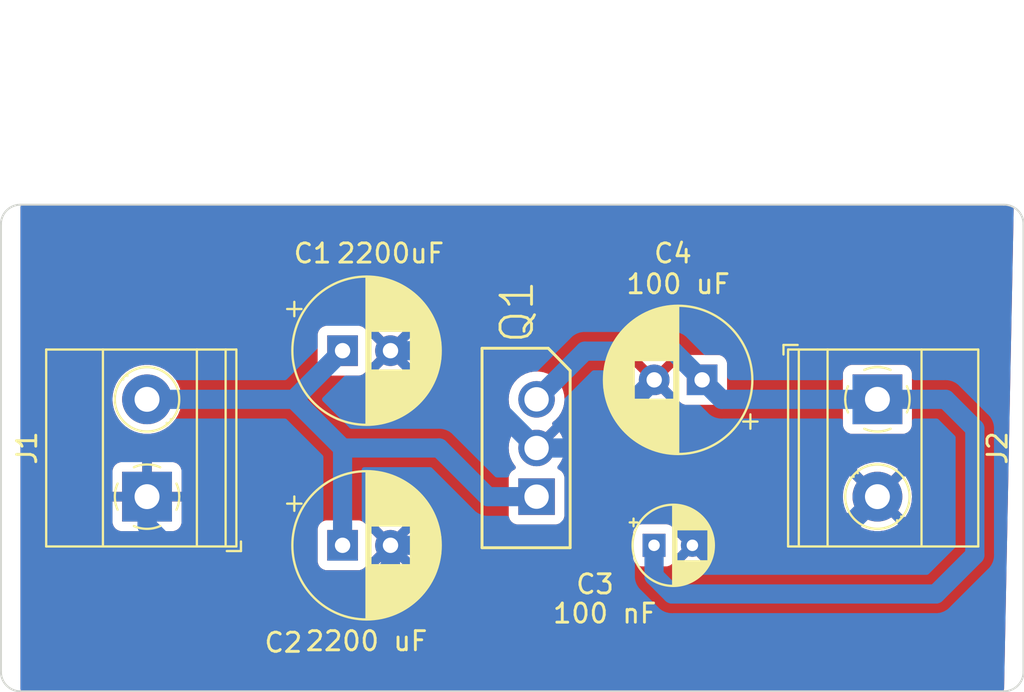
<source format=kicad_pcb>
(kicad_pcb (version 20221018) (generator pcbnew)
  (layers (0 "F.Cu" signal) (31 "B.Cu" signal) (34 "B.Paste" user) (35 "F.Paste" user) (36 "B.SilkS" user "B.Silkscreen") (37 "F.SilkS" user "F.Silkscreen") (38 "B.Mask" user) (39 "F.Mask" user) (44 "Edge.Cuts" user))
  (net 0 "")
  (net 1 "Net-(J1-Pin_2)")
  (net 2 "GND")
  (net 3 "Net-(J2-Pin_1)")
  (footprint "Capacitor_THT:CP_Radial_D7.5mm_P2.50mm" (layer "F.Cu") (at 86.4 127)
    (fp_text reference "C2" (at -3.088 5.08) (layer "F.SilkS"))
    (fp_text value "2200 uF" (at 1.25 5) (layer "F.SilkS"))
    (pad "1" thru_hole rect (at 0 0) (size 1.6 1.6) (drill 0.8) (layers "*.Cu" "*.Mask") (net 1 "Net-(J1-Pin_2)"))
    (pad "2" thru_hole circle (at 2.5 0) (size 1.6 1.6) (drill 0.8) (layers "*.Cu" "*.Mask") (net 2 "GND"))
  )
  (footprint "Capacitor_THT:CP_Radial_D4.0mm_P2.00mm" (layer "F.Cu") (at 102.648 127)
    (fp_text reference "C3" (at -3.08 2.032) (layer "F.SilkS"))
    (fp_text value "100 nF" (at -2.572 3.556) (layer "F.SilkS"))
    (pad "1" thru_hole rect (at 0 0) (size 1.2 1.2) (drill 0.6) (layers "*.Cu" "*.Mask") (net 3 "Net-(J2-Pin_1)"))
    (pad "2" thru_hole circle (at 2 0) (size 1.2 1.2) (drill 0.6) (layers "*.Cu" "*.Mask") (net 2 "GND"))
  )
  (footprint "TerminalBlock_Phoenix:TerminalBlock_Phoenix_MKDS-1,5-2-5.08_1x02_P5.08mm_Horizontal" (layer "F.Cu") (at 114.3 119.38 -90)
    (fp_text reference "J2" (at 2.54 -6.26 90) (layer "F.SilkS"))
    (fp_text value "Screw_Terminal_01x02")
    (pad "1" thru_hole rect (at 0 0 270) (size 2.6 2.6) (drill 1.3) (layers "*.Cu" "*.Mask") (net 3 "Net-(J2-Pin_1)"))
    (pad "2" thru_hole circle (at 5.08 0 270) (size 2.6 2.6) (drill 1.3) (layers "*.Cu" "*.Mask") (net 2 "GND"))
  )
  (footprint "Custom_Library:STM L7815ACV" (layer "F.Cu") (at 95.4278 119.38 90)
    (fp_text reference "Q1" (at 4.572 0.0762 90) (layer "F.SilkS") (effects (font (size 1.642638 1.642638))))
    (fp_text value "L7815ACV")
    (pad "1" thru_hole rect (at -5.08 1.0922 90) (size 1.905 1.905) (drill 1.27) (layers "*.Cu" "*.Mask") (net 1 "Net-(J1-Pin_2)"))
    (pad "2" thru_hole circle (at -2.54 1.0922 90) (size 1.905 1.905) (drill 1.27) (layers "*.Cu" "*.Mask") (net 2 "GND"))
    (pad "3" thru_hole circle (at 0 1.0922 90) (size 1.905 1.905) (drill 1.27) (layers "*.Cu" "*.Mask") (net 3 "Net-(J2-Pin_1)"))
  )
  (footprint "Capacitor_THT:CP_Radial_D7.5mm_P2.50mm" (layer "F.Cu") (at 86.4 116.84)
    (fp_text reference "C1" (at -1.564 -5.08) (layer "F.SilkS"))
    (fp_text value "2200uF" (at 2.5 -5.08) (layer "F.SilkS"))
    (pad "1" thru_hole rect (at 0 0) (size 1.6 1.6) (drill 0.8) (layers "*.Cu" "*.Mask") (net 1 "Net-(J1-Pin_2)"))
    (pad "2" thru_hole circle (at 2.5 0) (size 1.6 1.6) (drill 0.8) (layers "*.Cu" "*.Mask") (net 2 "GND"))
  )
  (footprint "Capacitor_THT:CP_Radial_D7.5mm_P2.50mm" (layer "F.Cu") (at 105.156 118.364 180)
    (fp_text reference "C4" (at 1.524 6.604) (layer "F.SilkS"))
    (fp_text value "100 uF" (at 1.25 5) (layer "F.SilkS"))
    (pad "1" thru_hole rect (at 0 0 180) (size 1.6 1.6) (drill 0.8) (layers "*.Cu" "*.Mask") (net 3 "Net-(J2-Pin_1)"))
    (pad "2" thru_hole circle (at 2.5 0 180) (size 1.6 1.6) (drill 0.8) (layers "*.Cu" "*.Mask") (net 2 "GND"))
  )
  (footprint "TerminalBlock_Phoenix:TerminalBlock_Phoenix_MKDS-1,5-2-5.08_1x02_P5.08mm_Horizontal" (layer "F.Cu") (at 76.2 124.46 90)
    (fp_text reference "J1" (at 2.54 -6.26 90) (layer "F.SilkS"))
    (fp_text value "Screw_Terminal_01x02")
    (pad "1" thru_hole rect (at 0 0 90) (size 2.6 2.6) (drill 1.3) (layers "*.Cu" "*.Mask") (net 2 "GND"))
    (pad "2" thru_hole circle (at 5.08 0 90) (size 2.6 2.6) (drill 1.3) (layers "*.Cu" "*.Mask") (net 1 "Net-(J1-Pin_2)"))
  )
  (gr_line (start 121.92 110.236) (end 121.92 133.604) (stroke (width 0.1)) (layer "Edge.Cuts"))
  (gr_line (start 69.596 109.22) (end 120.904 109.22) (stroke (width 0.1)) (layer "Edge.Cuts"))
  (gr_line (start 120.904 134.62) (end 69.596 134.62) (stroke (width 0.1)) (layer "Edge.Cuts"))
  (gr_arc (start 69.596 134.62) (mid 68.87758 134.32242) (end 68.58 133.604) (stroke (width 0.1)) (layer "Edge.Cuts"))
  (gr_arc (start 68.58 110.236) (mid 68.87758 109.51758) (end 69.596 109.22) (stroke (width 0.1)) (layer "Edge.Cuts"))
  (gr_arc (start 120.904 109.22) (mid 121.62242 109.51758) (end 121.92 110.236) (stroke (width 0.1)) (layer "Edge.Cuts"))
  (gr_line (start 68.58 133.604) (end 68.58 110.236) (stroke (width 0.1)) (layer "Edge.Cuts"))
  (gr_arc (start 121.92 133.604) (mid 121.62242 134.32242) (end 120.904 134.62) (stroke (width 0.1)) (layer "Edge.Cuts"))
  (segment (start 76.2 119.38) (end 83.86 119.38) (width 1) (layer "B.Cu") (net 1))
  (segment (start 96.52 124.46) (end 93.98 124.46) (width 1) (layer "B.Cu") (net 1))
  (segment (start 83.86 119.38) (end 86.4 116.84) (width 1) (layer "B.Cu") (net 1))
  (segment (start 91.44 121.92) (end 86.4 121.92) (width 1) (layer "B.Cu") (net 1))
  (segment (start 86.4 121.92) (end 83.86 119.38) (width 1) (layer "B.Cu") (net 1))
  (segment (start 93.98 124.46) (end 91.44 121.92) (width 1) (layer "B.Cu") (net 1))
  (segment (start 86.4 127) (end 86.4 121.92) (width 1) (layer "B.Cu") (net 1))
  (segment (start 88.9 128.13137) (end 86.98337 130.048) (width 1) (layer "B.Cu") (net 2))
  (segment (start 97.285 127) (end 100.416528 123.868472) (width 1) (layer "B.Cu") (net 2))
  (segment (start 76.2 125.984) (end 76.2 124.46) (width 1) (layer "B.Cu") (net 2))
  (segment (start 80.264 130.048) (end 76.2 125.984) (width 1) (layer "B.Cu") (net 2))
  (segment (start 86.98337 130.048) (end 80.264 130.048) (width 1) (layer "B.Cu") (net 2))
  (segment (start 104.648 126.151472) (end 100.416528 121.92) (width 1) (layer "B.Cu") (net 2))
  (segment (start 111.76 127) (end 114.3 124.46) (width 1) (layer "B.Cu") (net 2))
  (segment (start 104.648 127) (end 104.648 126.151472) (width 1) (layer "B.Cu") (net 2))
  (segment (start 104.648 127) (end 111.76 127) (width 1) (layer "B.Cu") (net 2))
  (segment (start 88.9 127) (end 97.285 127) (width 1) (layer "B.Cu") (net 2))
  (segment (start 88.9 116.84) (end 91.44 116.84) (width 1) (layer "B.Cu") (net 2))
  (segment (start 88.9 127) (end 88.9 128.13137) (width 1) (layer "B.Cu") (net 2))
  (segment (start 91.44 116.84) (end 96.52 121.92) (width 1) (layer "B.Cu") (net 2))
  (segment (start 100.416528 121.92) (end 99.1 121.92) (width 1) (layer "B.Cu") (net 2))
  (segment (start 100.416528 123.868472) (end 100.416528 121.92) (width 1) (layer "B.Cu") (net 2))
  (segment (start 96.52 121.92) (end 99.1 121.92) (width 1) (layer "B.Cu") (net 2))
  (segment (start 99.1 121.92) (end 102.656 118.364) (width 1) (layer "B.Cu") (net 2))
  (segment (start 117.348 129.54) (end 119.38 127.508) (width 1) (layer "B.Cu") (net 3))
  (segment (start 117.856 119.38) (end 114.3 119.38) (width 1) (layer "B.Cu") (net 3))
  (segment (start 102.648 127) (end 102.648 128.6) (width 1) (layer "B.Cu") (net 3))
  (segment (start 99.036 116.864) (end 96.52 119.38) (width 1) (layer "B.Cu") (net 3))
  (segment (start 119.38 127.508) (end 119.38 120.904) (width 1) (layer "B.Cu") (net 3))
  (segment (start 114.3 119.38) (end 106.172 119.38) (width 1) (layer "B.Cu") (net 3))
  (segment (start 103.588 129.54) (end 117.348 129.54) (width 1) (layer "B.Cu") (net 3))
  (segment (start 102.648 128.6) (end 103.588 129.54) (width 1) (layer "B.Cu") (net 3))
  (segment (start 103.656 116.864) (end 99.036 116.864) (width 1) (layer "B.Cu") (net 3))
  (segment (start 106.172 119.38) (end 105.156 118.364) (width 1) (layer "B.Cu") (net 3))
  (segment (start 105.156 118.364) (end 103.656 116.864) (width 1) (layer "B.Cu") (net 3))
  (segment (start 119.38 120.904) (end 117.856 119.38) (width 1) (layer "B.Cu") (net 3))
  (zone (net 2) (net_name "GND") (layers "F&B.Cu") (connect_pads (clearance 0.5)) (min_thickness 0.25) (fill yes (thermal_gap 0.5) (thermal_bridge_width 0.5))
    (polygon (pts (xy 69.596 109.22) (xy 121.412 109.22) (xy 120.904 134.62) (xy 69.596 134.62)))
  )
)
</source>
